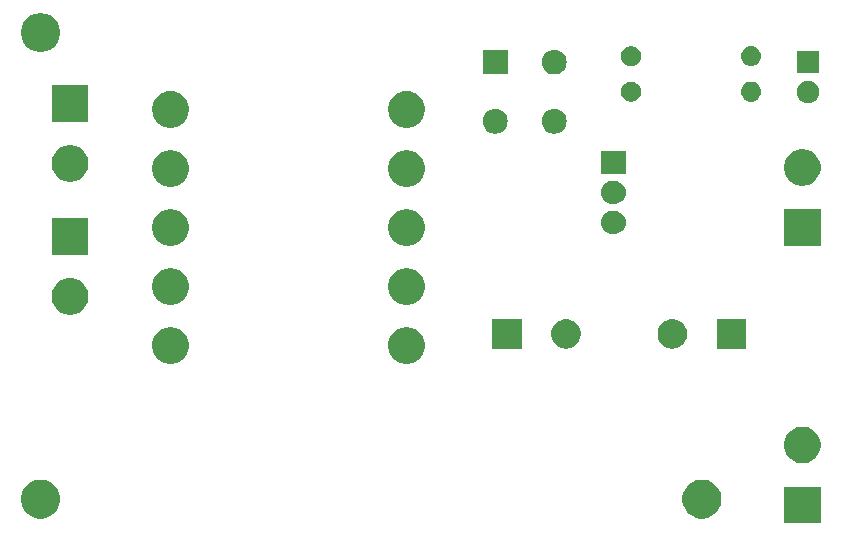
<source format=gts>
G04 #@! TF.GenerationSoftware,KiCad,Pcbnew,5.0.2+dfsg1-1+deb10u1*
G04 #@! TF.CreationDate,2023-11-13T12:08:50+01:00*
G04 #@! TF.ProjectId,AlimentationSecteur2024v1,416c696d-656e-4746-9174-696f6e536563,rev?*
G04 #@! TF.SameCoordinates,Original*
G04 #@! TF.FileFunction,Soldermask,Top*
G04 #@! TF.FilePolarity,Negative*
%FSLAX46Y46*%
G04 Gerber Fmt 4.6, Leading zero omitted, Abs format (unit mm)*
G04 Created by KiCad (PCBNEW 5.0.2+dfsg1-1+deb10u1) date lun. 13 nov. 2023 12:08:50 CET*
%MOMM*%
%LPD*%
G01*
G04 APERTURE LIST*
%ADD10C,0.150000*%
G04 APERTURE END LIST*
D10*
G36*
X179051000Y-122551000D02*
X175949000Y-122551000D01*
X175949000Y-119449000D01*
X179051000Y-119449000D01*
X179051000Y-122551000D01*
X179051000Y-122551000D01*
G37*
G36*
X169375256Y-118891298D02*
X169481579Y-118912447D01*
X169782042Y-119036903D01*
X170048852Y-119215180D01*
X170052454Y-119217587D01*
X170282413Y-119447546D01*
X170463098Y-119717960D01*
X170587553Y-120018422D01*
X170651000Y-120337389D01*
X170651000Y-120662611D01*
X170587553Y-120981578D01*
X170463098Y-121282040D01*
X170282413Y-121552454D01*
X170052454Y-121782413D01*
X170052451Y-121782415D01*
X169782042Y-121963097D01*
X169481579Y-122087553D01*
X169375256Y-122108702D01*
X169162611Y-122151000D01*
X168837389Y-122151000D01*
X168624744Y-122108702D01*
X168518421Y-122087553D01*
X168217958Y-121963097D01*
X167947549Y-121782415D01*
X167947546Y-121782413D01*
X167717587Y-121552454D01*
X167536902Y-121282040D01*
X167412447Y-120981578D01*
X167349000Y-120662611D01*
X167349000Y-120337389D01*
X167412447Y-120018422D01*
X167536902Y-119717960D01*
X167717587Y-119447546D01*
X167947546Y-119217587D01*
X167951148Y-119215180D01*
X168217958Y-119036903D01*
X168518421Y-118912447D01*
X168624744Y-118891298D01*
X168837389Y-118849000D01*
X169162611Y-118849000D01*
X169375256Y-118891298D01*
X169375256Y-118891298D01*
G37*
G36*
X113375256Y-118891298D02*
X113481579Y-118912447D01*
X113782042Y-119036903D01*
X114048852Y-119215180D01*
X114052454Y-119217587D01*
X114282413Y-119447546D01*
X114463098Y-119717960D01*
X114587553Y-120018422D01*
X114651000Y-120337389D01*
X114651000Y-120662611D01*
X114587553Y-120981578D01*
X114463098Y-121282040D01*
X114282413Y-121552454D01*
X114052454Y-121782413D01*
X114052451Y-121782415D01*
X113782042Y-121963097D01*
X113481579Y-122087553D01*
X113375256Y-122108702D01*
X113162611Y-122151000D01*
X112837389Y-122151000D01*
X112624744Y-122108702D01*
X112518421Y-122087553D01*
X112217958Y-121963097D01*
X111947549Y-121782415D01*
X111947546Y-121782413D01*
X111717587Y-121552454D01*
X111536902Y-121282040D01*
X111412447Y-120981578D01*
X111349000Y-120662611D01*
X111349000Y-120337389D01*
X111412447Y-120018422D01*
X111536902Y-119717960D01*
X111717587Y-119447546D01*
X111947546Y-119217587D01*
X111951148Y-119215180D01*
X112217958Y-119036903D01*
X112518421Y-118912447D01*
X112624744Y-118891298D01*
X112837389Y-118849000D01*
X113162611Y-118849000D01*
X113375256Y-118891298D01*
X113375256Y-118891298D01*
G37*
G36*
X177852527Y-114408736D02*
X177952410Y-114428604D01*
X178234674Y-114545521D01*
X178488705Y-114715259D01*
X178704741Y-114931295D01*
X178874479Y-115185326D01*
X178991396Y-115467590D01*
X179051000Y-115767240D01*
X179051000Y-116072760D01*
X178991396Y-116372410D01*
X178874479Y-116654674D01*
X178704741Y-116908705D01*
X178488705Y-117124741D01*
X178234674Y-117294479D01*
X177952410Y-117411396D01*
X177852527Y-117431264D01*
X177652762Y-117471000D01*
X177347238Y-117471000D01*
X177147473Y-117431264D01*
X177047590Y-117411396D01*
X176765326Y-117294479D01*
X176511295Y-117124741D01*
X176295259Y-116908705D01*
X176125521Y-116654674D01*
X176008604Y-116372410D01*
X175949000Y-116072760D01*
X175949000Y-115767240D01*
X176008604Y-115467590D01*
X176125521Y-115185326D01*
X176295259Y-114931295D01*
X176511295Y-114715259D01*
X176765326Y-114545521D01*
X177047590Y-114428604D01*
X177147473Y-114408736D01*
X177347238Y-114369000D01*
X177652762Y-114369000D01*
X177852527Y-114408736D01*
X177852527Y-114408736D01*
G37*
G36*
X124352527Y-105988736D02*
X124452410Y-106008604D01*
X124734674Y-106125521D01*
X124988705Y-106295259D01*
X125204741Y-106511295D01*
X125374479Y-106765326D01*
X125491396Y-107047590D01*
X125491396Y-107047591D01*
X125541100Y-107297466D01*
X125551000Y-107347240D01*
X125551000Y-107652760D01*
X125491396Y-107952410D01*
X125374479Y-108234674D01*
X125204741Y-108488705D01*
X124988705Y-108704741D01*
X124734674Y-108874479D01*
X124452410Y-108991396D01*
X124352527Y-109011264D01*
X124152762Y-109051000D01*
X123847238Y-109051000D01*
X123647473Y-109011264D01*
X123547590Y-108991396D01*
X123265326Y-108874479D01*
X123011295Y-108704741D01*
X122795259Y-108488705D01*
X122625521Y-108234674D01*
X122508604Y-107952410D01*
X122449000Y-107652760D01*
X122449000Y-107347240D01*
X122458901Y-107297466D01*
X122508604Y-107047591D01*
X122508604Y-107047590D01*
X122625521Y-106765326D01*
X122795259Y-106511295D01*
X123011295Y-106295259D01*
X123265326Y-106125521D01*
X123547590Y-106008604D01*
X123647473Y-105988736D01*
X123847238Y-105949000D01*
X124152762Y-105949000D01*
X124352527Y-105988736D01*
X124352527Y-105988736D01*
G37*
G36*
X144352527Y-105988736D02*
X144452410Y-106008604D01*
X144734674Y-106125521D01*
X144988705Y-106295259D01*
X145204741Y-106511295D01*
X145374479Y-106765326D01*
X145491396Y-107047590D01*
X145491396Y-107047591D01*
X145541100Y-107297466D01*
X145551000Y-107347240D01*
X145551000Y-107652760D01*
X145491396Y-107952410D01*
X145374479Y-108234674D01*
X145204741Y-108488705D01*
X144988705Y-108704741D01*
X144734674Y-108874479D01*
X144452410Y-108991396D01*
X144352527Y-109011264D01*
X144152762Y-109051000D01*
X143847238Y-109051000D01*
X143647473Y-109011264D01*
X143547590Y-108991396D01*
X143265326Y-108874479D01*
X143011295Y-108704741D01*
X142795259Y-108488705D01*
X142625521Y-108234674D01*
X142508604Y-107952410D01*
X142449000Y-107652760D01*
X142449000Y-107347240D01*
X142458901Y-107297466D01*
X142508604Y-107047591D01*
X142508604Y-107047590D01*
X142625521Y-106765326D01*
X142795259Y-106511295D01*
X143011295Y-106295259D01*
X143265326Y-106125521D01*
X143547590Y-106008604D01*
X143647473Y-105988736D01*
X143847238Y-105949000D01*
X144152762Y-105949000D01*
X144352527Y-105988736D01*
X144352527Y-105988736D01*
G37*
G36*
X172751000Y-107751000D02*
X170249000Y-107751000D01*
X170249000Y-105249000D01*
X172751000Y-105249000D01*
X172751000Y-107751000D01*
X172751000Y-107751000D01*
G37*
G36*
X166683636Y-105261019D02*
X166864903Y-105297075D01*
X167092571Y-105391378D01*
X167296542Y-105527668D01*
X167297469Y-105528287D01*
X167471713Y-105702531D01*
X167471715Y-105702534D01*
X167608622Y-105907429D01*
X167702925Y-106135097D01*
X167751000Y-106376787D01*
X167751000Y-106623213D01*
X167702925Y-106864903D01*
X167608622Y-107092571D01*
X167472332Y-107296542D01*
X167471713Y-107297469D01*
X167297469Y-107471713D01*
X167297466Y-107471715D01*
X167092571Y-107608622D01*
X166864903Y-107702925D01*
X166683635Y-107738981D01*
X166623214Y-107751000D01*
X166376786Y-107751000D01*
X166316365Y-107738981D01*
X166135097Y-107702925D01*
X165907429Y-107608622D01*
X165702534Y-107471715D01*
X165702531Y-107471713D01*
X165528287Y-107297469D01*
X165527668Y-107296542D01*
X165391378Y-107092571D01*
X165297075Y-106864903D01*
X165249000Y-106623213D01*
X165249000Y-106376787D01*
X165297075Y-106135097D01*
X165391378Y-105907429D01*
X165528285Y-105702534D01*
X165528287Y-105702531D01*
X165702531Y-105528287D01*
X165703458Y-105527668D01*
X165907429Y-105391378D01*
X166135097Y-105297075D01*
X166316364Y-105261019D01*
X166376786Y-105249000D01*
X166623214Y-105249000D01*
X166683636Y-105261019D01*
X166683636Y-105261019D01*
G37*
G36*
X157683636Y-105261019D02*
X157864903Y-105297075D01*
X158092571Y-105391378D01*
X158296542Y-105527668D01*
X158297469Y-105528287D01*
X158471713Y-105702531D01*
X158471715Y-105702534D01*
X158608622Y-105907429D01*
X158702925Y-106135097D01*
X158751000Y-106376787D01*
X158751000Y-106623213D01*
X158702925Y-106864903D01*
X158608622Y-107092571D01*
X158472332Y-107296542D01*
X158471713Y-107297469D01*
X158297469Y-107471713D01*
X158297466Y-107471715D01*
X158092571Y-107608622D01*
X157864903Y-107702925D01*
X157683635Y-107738981D01*
X157623214Y-107751000D01*
X157376786Y-107751000D01*
X157316365Y-107738981D01*
X157135097Y-107702925D01*
X156907429Y-107608622D01*
X156702534Y-107471715D01*
X156702531Y-107471713D01*
X156528287Y-107297469D01*
X156527668Y-107296542D01*
X156391378Y-107092571D01*
X156297075Y-106864903D01*
X156249000Y-106623213D01*
X156249000Y-106376787D01*
X156297075Y-106135097D01*
X156391378Y-105907429D01*
X156528285Y-105702534D01*
X156528287Y-105702531D01*
X156702531Y-105528287D01*
X156703458Y-105527668D01*
X156907429Y-105391378D01*
X157135097Y-105297075D01*
X157316364Y-105261019D01*
X157376786Y-105249000D01*
X157623214Y-105249000D01*
X157683636Y-105261019D01*
X157683636Y-105261019D01*
G37*
G36*
X153751000Y-107751000D02*
X151249000Y-107751000D01*
X151249000Y-105249000D01*
X153751000Y-105249000D01*
X153751000Y-107751000D01*
X153751000Y-107751000D01*
G37*
G36*
X115852527Y-101818736D02*
X115952410Y-101838604D01*
X116234674Y-101955521D01*
X116488705Y-102125259D01*
X116704741Y-102341295D01*
X116874479Y-102595326D01*
X116991396Y-102877590D01*
X116991396Y-102877591D01*
X117051000Y-103177238D01*
X117051000Y-103482762D01*
X117049817Y-103488707D01*
X116991396Y-103782410D01*
X116874479Y-104064674D01*
X116704741Y-104318705D01*
X116488705Y-104534741D01*
X116234674Y-104704479D01*
X115952410Y-104821396D01*
X115852527Y-104841264D01*
X115652762Y-104881000D01*
X115347238Y-104881000D01*
X115147473Y-104841264D01*
X115047590Y-104821396D01*
X114765326Y-104704479D01*
X114511295Y-104534741D01*
X114295259Y-104318705D01*
X114125521Y-104064674D01*
X114008604Y-103782410D01*
X113950183Y-103488707D01*
X113949000Y-103482762D01*
X113949000Y-103177238D01*
X114008604Y-102877591D01*
X114008604Y-102877590D01*
X114125521Y-102595326D01*
X114295259Y-102341295D01*
X114511295Y-102125259D01*
X114765326Y-101955521D01*
X115047590Y-101838604D01*
X115147473Y-101818736D01*
X115347238Y-101779000D01*
X115652762Y-101779000D01*
X115852527Y-101818736D01*
X115852527Y-101818736D01*
G37*
G36*
X144352527Y-100988736D02*
X144452410Y-101008604D01*
X144734674Y-101125521D01*
X144988705Y-101295259D01*
X145204741Y-101511295D01*
X145374479Y-101765326D01*
X145491396Y-102047590D01*
X145491396Y-102047591D01*
X145549818Y-102341295D01*
X145551000Y-102347240D01*
X145551000Y-102652760D01*
X145491396Y-102952410D01*
X145374479Y-103234674D01*
X145204741Y-103488705D01*
X144988705Y-103704741D01*
X144734674Y-103874479D01*
X144452410Y-103991396D01*
X144352527Y-104011264D01*
X144152762Y-104051000D01*
X143847238Y-104051000D01*
X143647473Y-104011264D01*
X143547590Y-103991396D01*
X143265326Y-103874479D01*
X143011295Y-103704741D01*
X142795259Y-103488705D01*
X142625521Y-103234674D01*
X142508604Y-102952410D01*
X142449000Y-102652760D01*
X142449000Y-102347240D01*
X142450183Y-102341295D01*
X142508604Y-102047591D01*
X142508604Y-102047590D01*
X142625521Y-101765326D01*
X142795259Y-101511295D01*
X143011295Y-101295259D01*
X143265326Y-101125521D01*
X143547590Y-101008604D01*
X143647473Y-100988736D01*
X143847238Y-100949000D01*
X144152762Y-100949000D01*
X144352527Y-100988736D01*
X144352527Y-100988736D01*
G37*
G36*
X124352527Y-100988736D02*
X124452410Y-101008604D01*
X124734674Y-101125521D01*
X124988705Y-101295259D01*
X125204741Y-101511295D01*
X125374479Y-101765326D01*
X125491396Y-102047590D01*
X125491396Y-102047591D01*
X125549818Y-102341295D01*
X125551000Y-102347240D01*
X125551000Y-102652760D01*
X125491396Y-102952410D01*
X125374479Y-103234674D01*
X125204741Y-103488705D01*
X124988705Y-103704741D01*
X124734674Y-103874479D01*
X124452410Y-103991396D01*
X124352527Y-104011264D01*
X124152762Y-104051000D01*
X123847238Y-104051000D01*
X123647473Y-104011264D01*
X123547590Y-103991396D01*
X123265326Y-103874479D01*
X123011295Y-103704741D01*
X122795259Y-103488705D01*
X122625521Y-103234674D01*
X122508604Y-102952410D01*
X122449000Y-102652760D01*
X122449000Y-102347240D01*
X122450183Y-102341295D01*
X122508604Y-102047591D01*
X122508604Y-102047590D01*
X122625521Y-101765326D01*
X122795259Y-101511295D01*
X123011295Y-101295259D01*
X123265326Y-101125521D01*
X123547590Y-101008604D01*
X123647473Y-100988736D01*
X123847238Y-100949000D01*
X124152762Y-100949000D01*
X124352527Y-100988736D01*
X124352527Y-100988736D01*
G37*
G36*
X117051000Y-99801000D02*
X113949000Y-99801000D01*
X113949000Y-96699000D01*
X117051000Y-96699000D01*
X117051000Y-99801000D01*
X117051000Y-99801000D01*
G37*
G36*
X124352527Y-95988736D02*
X124452410Y-96008604D01*
X124734674Y-96125521D01*
X124988705Y-96295259D01*
X125204741Y-96511295D01*
X125374479Y-96765326D01*
X125491396Y-97047590D01*
X125551000Y-97347240D01*
X125551000Y-97652760D01*
X125491396Y-97952410D01*
X125374479Y-98234674D01*
X125204741Y-98488705D01*
X124988705Y-98704741D01*
X124734674Y-98874479D01*
X124452410Y-98991396D01*
X124352527Y-99011264D01*
X124152762Y-99051000D01*
X123847238Y-99051000D01*
X123647473Y-99011264D01*
X123547590Y-98991396D01*
X123265326Y-98874479D01*
X123011295Y-98704741D01*
X122795259Y-98488705D01*
X122625521Y-98234674D01*
X122508604Y-97952410D01*
X122449000Y-97652760D01*
X122449000Y-97347240D01*
X122508604Y-97047590D01*
X122625521Y-96765326D01*
X122795259Y-96511295D01*
X123011295Y-96295259D01*
X123265326Y-96125521D01*
X123547590Y-96008604D01*
X123647473Y-95988736D01*
X123847238Y-95949000D01*
X124152762Y-95949000D01*
X124352527Y-95988736D01*
X124352527Y-95988736D01*
G37*
G36*
X144352527Y-95988736D02*
X144452410Y-96008604D01*
X144734674Y-96125521D01*
X144988705Y-96295259D01*
X145204741Y-96511295D01*
X145374479Y-96765326D01*
X145491396Y-97047590D01*
X145551000Y-97347240D01*
X145551000Y-97652760D01*
X145491396Y-97952410D01*
X145374479Y-98234674D01*
X145204741Y-98488705D01*
X144988705Y-98704741D01*
X144734674Y-98874479D01*
X144452410Y-98991396D01*
X144352527Y-99011264D01*
X144152762Y-99051000D01*
X143847238Y-99051000D01*
X143647473Y-99011264D01*
X143547590Y-98991396D01*
X143265326Y-98874479D01*
X143011295Y-98704741D01*
X142795259Y-98488705D01*
X142625521Y-98234674D01*
X142508604Y-97952410D01*
X142449000Y-97652760D01*
X142449000Y-97347240D01*
X142508604Y-97047590D01*
X142625521Y-96765326D01*
X142795259Y-96511295D01*
X143011295Y-96295259D01*
X143265326Y-96125521D01*
X143547590Y-96008604D01*
X143647473Y-95988736D01*
X143847238Y-95949000D01*
X144152762Y-95949000D01*
X144352527Y-95988736D01*
X144352527Y-95988736D01*
G37*
G36*
X179051000Y-99051000D02*
X175949000Y-99051000D01*
X175949000Y-95949000D01*
X179051000Y-95949000D01*
X179051000Y-99051000D01*
X179051000Y-99051000D01*
G37*
G36*
X161655764Y-96082308D02*
X161744220Y-96091020D01*
X161933381Y-96148401D01*
X162107712Y-96241583D01*
X162260515Y-96366985D01*
X162385917Y-96519788D01*
X162479099Y-96694119D01*
X162536480Y-96883280D01*
X162555855Y-97080000D01*
X162536480Y-97276720D01*
X162479099Y-97465881D01*
X162385917Y-97640212D01*
X162260515Y-97793015D01*
X162107712Y-97918417D01*
X161933381Y-98011599D01*
X161744220Y-98068980D01*
X161655764Y-98077692D01*
X161596796Y-98083500D01*
X161403204Y-98083500D01*
X161344236Y-98077692D01*
X161255780Y-98068980D01*
X161066619Y-98011599D01*
X160892288Y-97918417D01*
X160739485Y-97793015D01*
X160614083Y-97640212D01*
X160520901Y-97465881D01*
X160463520Y-97276720D01*
X160444145Y-97080000D01*
X160463520Y-96883280D01*
X160520901Y-96694119D01*
X160614083Y-96519788D01*
X160739485Y-96366985D01*
X160892288Y-96241583D01*
X161066619Y-96148401D01*
X161255780Y-96091020D01*
X161344236Y-96082308D01*
X161403204Y-96076500D01*
X161596796Y-96076500D01*
X161655764Y-96082308D01*
X161655764Y-96082308D01*
G37*
G36*
X161655764Y-93542308D02*
X161744220Y-93551020D01*
X161933381Y-93608401D01*
X162107712Y-93701583D01*
X162260515Y-93826985D01*
X162385917Y-93979788D01*
X162479099Y-94154119D01*
X162536480Y-94343280D01*
X162555855Y-94540000D01*
X162536480Y-94736720D01*
X162479099Y-94925881D01*
X162385917Y-95100212D01*
X162260515Y-95253015D01*
X162107712Y-95378417D01*
X161933381Y-95471599D01*
X161744220Y-95528980D01*
X161655764Y-95537692D01*
X161596796Y-95543500D01*
X161403204Y-95543500D01*
X161344236Y-95537692D01*
X161255780Y-95528980D01*
X161066619Y-95471599D01*
X160892288Y-95378417D01*
X160739485Y-95253015D01*
X160614083Y-95100212D01*
X160520901Y-94925881D01*
X160463520Y-94736720D01*
X160444145Y-94540000D01*
X160463520Y-94343280D01*
X160520901Y-94154119D01*
X160614083Y-93979788D01*
X160739485Y-93826985D01*
X160892288Y-93701583D01*
X161066619Y-93608401D01*
X161255780Y-93551020D01*
X161344236Y-93542308D01*
X161403204Y-93536500D01*
X161596796Y-93536500D01*
X161655764Y-93542308D01*
X161655764Y-93542308D01*
G37*
G36*
X144352527Y-90988736D02*
X144452410Y-91008604D01*
X144734674Y-91125521D01*
X144988705Y-91295259D01*
X145204741Y-91511295D01*
X145374479Y-91765326D01*
X145491396Y-92047590D01*
X145551000Y-92347240D01*
X145551000Y-92652760D01*
X145491396Y-92952410D01*
X145374479Y-93234674D01*
X145204741Y-93488705D01*
X144988705Y-93704741D01*
X144734674Y-93874479D01*
X144452410Y-93991396D01*
X144352527Y-94011264D01*
X144152762Y-94051000D01*
X143847238Y-94051000D01*
X143647473Y-94011264D01*
X143547590Y-93991396D01*
X143265326Y-93874479D01*
X143011295Y-93704741D01*
X142795259Y-93488705D01*
X142625521Y-93234674D01*
X142508604Y-92952410D01*
X142449000Y-92652760D01*
X142449000Y-92347240D01*
X142508604Y-92047590D01*
X142625521Y-91765326D01*
X142795259Y-91511295D01*
X143011295Y-91295259D01*
X143265326Y-91125521D01*
X143547590Y-91008604D01*
X143647473Y-90988736D01*
X143847238Y-90949000D01*
X144152762Y-90949000D01*
X144352527Y-90988736D01*
X144352527Y-90988736D01*
G37*
G36*
X124352527Y-90988736D02*
X124452410Y-91008604D01*
X124734674Y-91125521D01*
X124988705Y-91295259D01*
X125204741Y-91511295D01*
X125374479Y-91765326D01*
X125491396Y-92047590D01*
X125551000Y-92347240D01*
X125551000Y-92652760D01*
X125491396Y-92952410D01*
X125374479Y-93234674D01*
X125204741Y-93488705D01*
X124988705Y-93704741D01*
X124734674Y-93874479D01*
X124452410Y-93991396D01*
X124352527Y-94011264D01*
X124152762Y-94051000D01*
X123847238Y-94051000D01*
X123647473Y-94011264D01*
X123547590Y-93991396D01*
X123265326Y-93874479D01*
X123011295Y-93704741D01*
X122795259Y-93488705D01*
X122625521Y-93234674D01*
X122508604Y-92952410D01*
X122449000Y-92652760D01*
X122449000Y-92347240D01*
X122508604Y-92047590D01*
X122625521Y-91765326D01*
X122795259Y-91511295D01*
X123011295Y-91295259D01*
X123265326Y-91125521D01*
X123547590Y-91008604D01*
X123647473Y-90988736D01*
X123847238Y-90949000D01*
X124152762Y-90949000D01*
X124352527Y-90988736D01*
X124352527Y-90988736D01*
G37*
G36*
X177852527Y-90908736D02*
X177952410Y-90928604D01*
X178234674Y-91045521D01*
X178488705Y-91215259D01*
X178704741Y-91431295D01*
X178874479Y-91685326D01*
X178991396Y-91967590D01*
X179051000Y-92267240D01*
X179051000Y-92572760D01*
X178991396Y-92872410D01*
X178874479Y-93154674D01*
X178704741Y-93408705D01*
X178488705Y-93624741D01*
X178234674Y-93794479D01*
X177952410Y-93911396D01*
X177852527Y-93931264D01*
X177652762Y-93971000D01*
X177347238Y-93971000D01*
X177147473Y-93931264D01*
X177047590Y-93911396D01*
X176765326Y-93794479D01*
X176511295Y-93624741D01*
X176295259Y-93408705D01*
X176125521Y-93154674D01*
X176008604Y-92872410D01*
X175949000Y-92572760D01*
X175949000Y-92267240D01*
X176008604Y-91967590D01*
X176125521Y-91685326D01*
X176295259Y-91431295D01*
X176511295Y-91215259D01*
X176765326Y-91045521D01*
X177047590Y-90928604D01*
X177147473Y-90908736D01*
X177347238Y-90869000D01*
X177652762Y-90869000D01*
X177852527Y-90908736D01*
X177852527Y-90908736D01*
G37*
G36*
X115852527Y-90568736D02*
X115952410Y-90588604D01*
X116234674Y-90705521D01*
X116488705Y-90875259D01*
X116704741Y-91091295D01*
X116874479Y-91345326D01*
X116991396Y-91627590D01*
X117051000Y-91927240D01*
X117051000Y-92232760D01*
X116991396Y-92532410D01*
X116874479Y-92814674D01*
X116704741Y-93068705D01*
X116488705Y-93284741D01*
X116234674Y-93454479D01*
X115952410Y-93571396D01*
X115852527Y-93591264D01*
X115652762Y-93631000D01*
X115347238Y-93631000D01*
X115147473Y-93591264D01*
X115047590Y-93571396D01*
X114765326Y-93454479D01*
X114511295Y-93284741D01*
X114295259Y-93068705D01*
X114125521Y-92814674D01*
X114008604Y-92532410D01*
X113949000Y-92232760D01*
X113949000Y-91927240D01*
X114008604Y-91627590D01*
X114125521Y-91345326D01*
X114295259Y-91091295D01*
X114511295Y-90875259D01*
X114765326Y-90705521D01*
X115047590Y-90588604D01*
X115147473Y-90568736D01*
X115347238Y-90529000D01*
X115652762Y-90529000D01*
X115852527Y-90568736D01*
X115852527Y-90568736D01*
G37*
G36*
X162551000Y-93003500D02*
X160449000Y-93003500D01*
X160449000Y-90996500D01*
X162551000Y-90996500D01*
X162551000Y-93003500D01*
X162551000Y-93003500D01*
G37*
G36*
X156582510Y-87452041D02*
X156706032Y-87464207D01*
X156904146Y-87524305D01*
X157086729Y-87621897D01*
X157246765Y-87753235D01*
X157378103Y-87913271D01*
X157475695Y-88095854D01*
X157535793Y-88293968D01*
X157556085Y-88500000D01*
X157535793Y-88706032D01*
X157475695Y-88904146D01*
X157378103Y-89086729D01*
X157246765Y-89246765D01*
X157086729Y-89378103D01*
X156904146Y-89475695D01*
X156706032Y-89535793D01*
X156582510Y-89547959D01*
X156551631Y-89551000D01*
X156448369Y-89551000D01*
X156417490Y-89547959D01*
X156293968Y-89535793D01*
X156095854Y-89475695D01*
X155913271Y-89378103D01*
X155753235Y-89246765D01*
X155621897Y-89086729D01*
X155524305Y-88904146D01*
X155464207Y-88706032D01*
X155443915Y-88500000D01*
X155464207Y-88293968D01*
X155524305Y-88095854D01*
X155621897Y-87913271D01*
X155753235Y-87753235D01*
X155913271Y-87621897D01*
X156095854Y-87524305D01*
X156293968Y-87464207D01*
X156417490Y-87452041D01*
X156448369Y-87449000D01*
X156551631Y-87449000D01*
X156582510Y-87452041D01*
X156582510Y-87452041D01*
G37*
G36*
X151582510Y-87452041D02*
X151706032Y-87464207D01*
X151904146Y-87524305D01*
X152086729Y-87621897D01*
X152246765Y-87753235D01*
X152378103Y-87913271D01*
X152475695Y-88095854D01*
X152535793Y-88293968D01*
X152556085Y-88500000D01*
X152535793Y-88706032D01*
X152475695Y-88904146D01*
X152378103Y-89086729D01*
X152246765Y-89246765D01*
X152086729Y-89378103D01*
X151904146Y-89475695D01*
X151706032Y-89535793D01*
X151582510Y-89547959D01*
X151551631Y-89551000D01*
X151448369Y-89551000D01*
X151417490Y-89547959D01*
X151293968Y-89535793D01*
X151095854Y-89475695D01*
X150913271Y-89378103D01*
X150753235Y-89246765D01*
X150621897Y-89086729D01*
X150524305Y-88904146D01*
X150464207Y-88706032D01*
X150443915Y-88500000D01*
X150464207Y-88293968D01*
X150524305Y-88095854D01*
X150621897Y-87913271D01*
X150753235Y-87753235D01*
X150913271Y-87621897D01*
X151095854Y-87524305D01*
X151293968Y-87464207D01*
X151417490Y-87452041D01*
X151448369Y-87449000D01*
X151551631Y-87449000D01*
X151582510Y-87452041D01*
X151582510Y-87452041D01*
G37*
G36*
X144352527Y-85988736D02*
X144452410Y-86008604D01*
X144734674Y-86125521D01*
X144988705Y-86295259D01*
X145204741Y-86511295D01*
X145374479Y-86765326D01*
X145491396Y-87047590D01*
X145491396Y-87047591D01*
X145551000Y-87347238D01*
X145551000Y-87652762D01*
X145511264Y-87852527D01*
X145491396Y-87952410D01*
X145374479Y-88234674D01*
X145204741Y-88488705D01*
X144988705Y-88704741D01*
X144734674Y-88874479D01*
X144452410Y-88991396D01*
X144352527Y-89011264D01*
X144152762Y-89051000D01*
X143847238Y-89051000D01*
X143647473Y-89011264D01*
X143547590Y-88991396D01*
X143265326Y-88874479D01*
X143011295Y-88704741D01*
X142795259Y-88488705D01*
X142625521Y-88234674D01*
X142508604Y-87952410D01*
X142488736Y-87852527D01*
X142449000Y-87652762D01*
X142449000Y-87347238D01*
X142508604Y-87047591D01*
X142508604Y-87047590D01*
X142625521Y-86765326D01*
X142795259Y-86511295D01*
X143011295Y-86295259D01*
X143265326Y-86125521D01*
X143547590Y-86008604D01*
X143647473Y-85988736D01*
X143847238Y-85949000D01*
X144152762Y-85949000D01*
X144352527Y-85988736D01*
X144352527Y-85988736D01*
G37*
G36*
X124352527Y-85988736D02*
X124452410Y-86008604D01*
X124734674Y-86125521D01*
X124988705Y-86295259D01*
X125204741Y-86511295D01*
X125374479Y-86765326D01*
X125491396Y-87047590D01*
X125491396Y-87047591D01*
X125551000Y-87347238D01*
X125551000Y-87652762D01*
X125511264Y-87852527D01*
X125491396Y-87952410D01*
X125374479Y-88234674D01*
X125204741Y-88488705D01*
X124988705Y-88704741D01*
X124734674Y-88874479D01*
X124452410Y-88991396D01*
X124352527Y-89011264D01*
X124152762Y-89051000D01*
X123847238Y-89051000D01*
X123647473Y-89011264D01*
X123547590Y-88991396D01*
X123265326Y-88874479D01*
X123011295Y-88704741D01*
X122795259Y-88488705D01*
X122625521Y-88234674D01*
X122508604Y-87952410D01*
X122488736Y-87852527D01*
X122449000Y-87652762D01*
X122449000Y-87347238D01*
X122508604Y-87047591D01*
X122508604Y-87047590D01*
X122625521Y-86765326D01*
X122795259Y-86511295D01*
X123011295Y-86295259D01*
X123265326Y-86125521D01*
X123547590Y-86008604D01*
X123647473Y-85988736D01*
X123847238Y-85949000D01*
X124152762Y-85949000D01*
X124352527Y-85988736D01*
X124352527Y-85988736D01*
G37*
G36*
X117051000Y-88551000D02*
X113949000Y-88551000D01*
X113949000Y-85449000D01*
X117051000Y-85449000D01*
X117051000Y-88551000D01*
X117051000Y-88551000D01*
G37*
G36*
X178277396Y-85125546D02*
X178450466Y-85197234D01*
X178606230Y-85301312D01*
X178738688Y-85433770D01*
X178842766Y-85589534D01*
X178914454Y-85762604D01*
X178951000Y-85946333D01*
X178951000Y-86133667D01*
X178914454Y-86317396D01*
X178842766Y-86490466D01*
X178738688Y-86646230D01*
X178606230Y-86778688D01*
X178450466Y-86882766D01*
X178277396Y-86954454D01*
X178093667Y-86991000D01*
X177906333Y-86991000D01*
X177722604Y-86954454D01*
X177549534Y-86882766D01*
X177393770Y-86778688D01*
X177261312Y-86646230D01*
X177157234Y-86490466D01*
X177085546Y-86317396D01*
X177049000Y-86133667D01*
X177049000Y-85946333D01*
X177085546Y-85762604D01*
X177157234Y-85589534D01*
X177261312Y-85433770D01*
X177393770Y-85301312D01*
X177549534Y-85197234D01*
X177722604Y-85125546D01*
X177906333Y-85089000D01*
X178093667Y-85089000D01*
X178277396Y-85125546D01*
X178277396Y-85125546D01*
G37*
G36*
X173326821Y-85161313D02*
X173326824Y-85161314D01*
X173326825Y-85161314D01*
X173487239Y-85209975D01*
X173487241Y-85209976D01*
X173487244Y-85209977D01*
X173635078Y-85288995D01*
X173764659Y-85395341D01*
X173871005Y-85524922D01*
X173950023Y-85672756D01*
X173950024Y-85672759D01*
X173950025Y-85672761D01*
X173998686Y-85833175D01*
X173998687Y-85833179D01*
X174015117Y-86000000D01*
X173998687Y-86166821D01*
X173998686Y-86166824D01*
X173998686Y-86166825D01*
X173953011Y-86317396D01*
X173950023Y-86327244D01*
X173871005Y-86475078D01*
X173764659Y-86604659D01*
X173635078Y-86711005D01*
X173487244Y-86790023D01*
X173487241Y-86790024D01*
X173487239Y-86790025D01*
X173326825Y-86838686D01*
X173326824Y-86838686D01*
X173326821Y-86838687D01*
X173201804Y-86851000D01*
X173118196Y-86851000D01*
X172993179Y-86838687D01*
X172993176Y-86838686D01*
X172993175Y-86838686D01*
X172832761Y-86790025D01*
X172832759Y-86790024D01*
X172832756Y-86790023D01*
X172684922Y-86711005D01*
X172555341Y-86604659D01*
X172448995Y-86475078D01*
X172369977Y-86327244D01*
X172366990Y-86317396D01*
X172321314Y-86166825D01*
X172321314Y-86166824D01*
X172321313Y-86166821D01*
X172304883Y-86000000D01*
X172321313Y-85833179D01*
X172321314Y-85833175D01*
X172369975Y-85672761D01*
X172369976Y-85672759D01*
X172369977Y-85672756D01*
X172448995Y-85524922D01*
X172555341Y-85395341D01*
X172684922Y-85288995D01*
X172832756Y-85209977D01*
X172832759Y-85209976D01*
X172832761Y-85209975D01*
X172993175Y-85161314D01*
X172993176Y-85161314D01*
X172993179Y-85161313D01*
X173118196Y-85149000D01*
X173201804Y-85149000D01*
X173326821Y-85161313D01*
X173326821Y-85161313D01*
G37*
G36*
X163248228Y-85181703D02*
X163403100Y-85245853D01*
X163542481Y-85338985D01*
X163661015Y-85457519D01*
X163754147Y-85596900D01*
X163818297Y-85751772D01*
X163851000Y-85916184D01*
X163851000Y-86083816D01*
X163818297Y-86248228D01*
X163754147Y-86403100D01*
X163661015Y-86542481D01*
X163542481Y-86661015D01*
X163403100Y-86754147D01*
X163248228Y-86818297D01*
X163083816Y-86851000D01*
X162916184Y-86851000D01*
X162751772Y-86818297D01*
X162596900Y-86754147D01*
X162457519Y-86661015D01*
X162338985Y-86542481D01*
X162245853Y-86403100D01*
X162181703Y-86248228D01*
X162149000Y-86083816D01*
X162149000Y-85916184D01*
X162181703Y-85751772D01*
X162245853Y-85596900D01*
X162338985Y-85457519D01*
X162457519Y-85338985D01*
X162596900Y-85245853D01*
X162751772Y-85181703D01*
X162916184Y-85149000D01*
X163083816Y-85149000D01*
X163248228Y-85181703D01*
X163248228Y-85181703D01*
G37*
G36*
X156582510Y-82452041D02*
X156706032Y-82464207D01*
X156904146Y-82524305D01*
X157086729Y-82621897D01*
X157246765Y-82753235D01*
X157378103Y-82913271D01*
X157475695Y-83095854D01*
X157535793Y-83293968D01*
X157556085Y-83500000D01*
X157535793Y-83706032D01*
X157475695Y-83904146D01*
X157378103Y-84086729D01*
X157246765Y-84246765D01*
X157086729Y-84378103D01*
X156904146Y-84475695D01*
X156706032Y-84535793D01*
X156582510Y-84547959D01*
X156551631Y-84551000D01*
X156448369Y-84551000D01*
X156417490Y-84547959D01*
X156293968Y-84535793D01*
X156095854Y-84475695D01*
X155913271Y-84378103D01*
X155753235Y-84246765D01*
X155621897Y-84086729D01*
X155524305Y-83904146D01*
X155464207Y-83706032D01*
X155443915Y-83500000D01*
X155464207Y-83293968D01*
X155524305Y-83095854D01*
X155621897Y-82913271D01*
X155753235Y-82753235D01*
X155913271Y-82621897D01*
X156095854Y-82524305D01*
X156293968Y-82464207D01*
X156417490Y-82452041D01*
X156448369Y-82449000D01*
X156551631Y-82449000D01*
X156582510Y-82452041D01*
X156582510Y-82452041D01*
G37*
G36*
X152551000Y-84551000D02*
X150449000Y-84551000D01*
X150449000Y-82449000D01*
X152551000Y-82449000D01*
X152551000Y-84551000D01*
X152551000Y-84551000D01*
G37*
G36*
X178951000Y-84451000D02*
X177049000Y-84451000D01*
X177049000Y-82549000D01*
X178951000Y-82549000D01*
X178951000Y-84451000D01*
X178951000Y-84451000D01*
G37*
G36*
X163248228Y-82181703D02*
X163403100Y-82245853D01*
X163542481Y-82338985D01*
X163661015Y-82457519D01*
X163754147Y-82596900D01*
X163818297Y-82751772D01*
X163851000Y-82916184D01*
X163851000Y-83083816D01*
X163818297Y-83248228D01*
X163754147Y-83403100D01*
X163661015Y-83542481D01*
X163542481Y-83661015D01*
X163403100Y-83754147D01*
X163248228Y-83818297D01*
X163083816Y-83851000D01*
X162916184Y-83851000D01*
X162751772Y-83818297D01*
X162596900Y-83754147D01*
X162457519Y-83661015D01*
X162338985Y-83542481D01*
X162245853Y-83403100D01*
X162181703Y-83248228D01*
X162149000Y-83083816D01*
X162149000Y-82916184D01*
X162181703Y-82751772D01*
X162245853Y-82596900D01*
X162338985Y-82457519D01*
X162457519Y-82338985D01*
X162596900Y-82245853D01*
X162751772Y-82181703D01*
X162916184Y-82149000D01*
X163083816Y-82149000D01*
X163248228Y-82181703D01*
X163248228Y-82181703D01*
G37*
G36*
X173326821Y-82161313D02*
X173326824Y-82161314D01*
X173326825Y-82161314D01*
X173487239Y-82209975D01*
X173487241Y-82209976D01*
X173487244Y-82209977D01*
X173635078Y-82288995D01*
X173764659Y-82395341D01*
X173871005Y-82524922D01*
X173950023Y-82672756D01*
X173950024Y-82672759D01*
X173950025Y-82672761D01*
X173974436Y-82753235D01*
X173998687Y-82833179D01*
X174015117Y-83000000D01*
X173998687Y-83166821D01*
X173998686Y-83166824D01*
X173998686Y-83166825D01*
X173960118Y-83293968D01*
X173950023Y-83327244D01*
X173871005Y-83475078D01*
X173764659Y-83604659D01*
X173635078Y-83711005D01*
X173487244Y-83790023D01*
X173487241Y-83790024D01*
X173487239Y-83790025D01*
X173326825Y-83838686D01*
X173326824Y-83838686D01*
X173326821Y-83838687D01*
X173201804Y-83851000D01*
X173118196Y-83851000D01*
X172993179Y-83838687D01*
X172993176Y-83838686D01*
X172993175Y-83838686D01*
X172832761Y-83790025D01*
X172832759Y-83790024D01*
X172832756Y-83790023D01*
X172684922Y-83711005D01*
X172555341Y-83604659D01*
X172448995Y-83475078D01*
X172369977Y-83327244D01*
X172359883Y-83293968D01*
X172321314Y-83166825D01*
X172321314Y-83166824D01*
X172321313Y-83166821D01*
X172304883Y-83000000D01*
X172321313Y-82833179D01*
X172345564Y-82753235D01*
X172369975Y-82672761D01*
X172369976Y-82672759D01*
X172369977Y-82672756D01*
X172448995Y-82524922D01*
X172555341Y-82395341D01*
X172684922Y-82288995D01*
X172832756Y-82209977D01*
X172832759Y-82209976D01*
X172832761Y-82209975D01*
X172993175Y-82161314D01*
X172993176Y-82161314D01*
X172993179Y-82161313D01*
X173118196Y-82149000D01*
X173201804Y-82149000D01*
X173326821Y-82161313D01*
X173326821Y-82161313D01*
G37*
G36*
X113375256Y-79391298D02*
X113481579Y-79412447D01*
X113782042Y-79536903D01*
X114048852Y-79715180D01*
X114052454Y-79717587D01*
X114282413Y-79947546D01*
X114463098Y-80217960D01*
X114587553Y-80518422D01*
X114651000Y-80837389D01*
X114651000Y-81162611D01*
X114587553Y-81481578D01*
X114463098Y-81782040D01*
X114282413Y-82052454D01*
X114052454Y-82282413D01*
X114052451Y-82282415D01*
X113782042Y-82463097D01*
X113782041Y-82463098D01*
X113782040Y-82463098D01*
X113694037Y-82499550D01*
X113481579Y-82587553D01*
X113434588Y-82596900D01*
X113162611Y-82651000D01*
X112837389Y-82651000D01*
X112565412Y-82596900D01*
X112518421Y-82587553D01*
X112305963Y-82499550D01*
X112217960Y-82463098D01*
X112217959Y-82463098D01*
X112217958Y-82463097D01*
X111947549Y-82282415D01*
X111947546Y-82282413D01*
X111717587Y-82052454D01*
X111536902Y-81782040D01*
X111412447Y-81481578D01*
X111349000Y-81162611D01*
X111349000Y-80837389D01*
X111412447Y-80518422D01*
X111536902Y-80217960D01*
X111717587Y-79947546D01*
X111947546Y-79717587D01*
X111951148Y-79715180D01*
X112217958Y-79536903D01*
X112518421Y-79412447D01*
X112624744Y-79391298D01*
X112837389Y-79349000D01*
X113162611Y-79349000D01*
X113375256Y-79391298D01*
X113375256Y-79391298D01*
G37*
M02*

</source>
